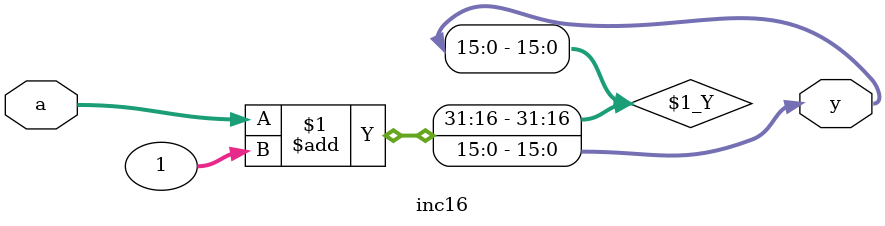
<source format=v>
module inc16 (
    input [15:0] a,
    output [15:0] y
);
    assign y = a + 1;
endmodule
</source>
